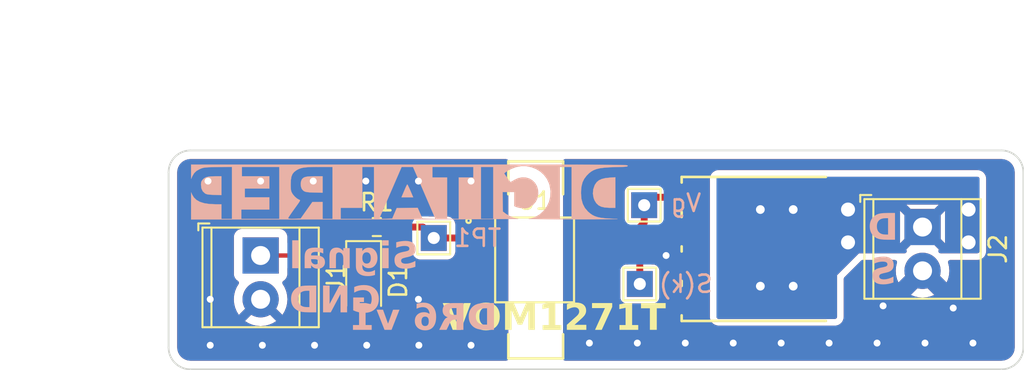
<source format=kicad_pcb>
(kicad_pcb (version 20221018) (generator pcbnew)
  (title_block (title "DR6 MOSFET Isolator") (date "2023-08-08") (rev "0") (company "DigitalREP"))
  (layers (0 "F.Cu" signal "Front") (31 "B.Cu" signal "Back") (34 "B.Paste" user) (35 "F.Paste" user) (36 "B.SilkS" user "B.Silkscreen") (37 "F.SilkS" user "F.Silkscreen") (38 "B.Mask" user) (39 "F.Mask" user) (44 "Edge.Cuts" user))
  (net 0 "")
  (net 1 "/IN")
  (net 2 "GND")
  (net 3 "/OUT_LS")
  (net 4 "GND1")
  (net 5 "/Vg")
  (net 6 "/IN_R")
  (net 7 "Net-(MOSFET1-Sk)")
  (footprint "TestPoint:TestPoint_THTPad_1.5x1.5mm_Drill0.7mm" (layer "F.Cu") (at 120.015 83.947)
    (fp_text reference "TP3" hide)
    (fp_text value "S(k)" (at 2.667 0) (layer "B.SilkS") (effects (justify mirror)))
    (fp_line (start -0.95 -0.95) (end 0.95 -0.95) (stroke (width 0.12)) (layer "F.SilkS"))
    (fp_line (start -0.95 0.95) (end -0.95 -0.95) (stroke (width 0.12)) (layer "F.SilkS"))
    (fp_line (start 0.95 -0.95) (end 0.95 0.95) (stroke (width 0.12)) (layer "F.SilkS"))
    (fp_line (start 0.95 0.95) (end -0.95 0.95) (stroke (width 0.12)) (layer "F.SilkS"))
    (pad "1" thru_hole rect (at 0 0) (size 1.5 1.5) (drill 0.7) (layers "*.Cu" "*.Mask") (net 7 "Net-(MOSFET1-Sk)"))
  )
  (footprint "My_Modules:PPAK8X8_VIS" (layer "F.Cu") (at 126.619 81.915 -90)
    (fp_text reference "MOSFET1" hide)
    (fp_text value "SIHH068N60E-T1-GE3" hide)
    (fp_line (start -4.1783 -4.1783) (end -4.1783 4.1783) (stroke (width 0.1524)) (layer "F.SilkS"))
    (fp_line (start -4.1783 4.1783) (end -3.853442 4.1783) (stroke (width 0.1524)) (layer "F.SilkS"))
    (fp_line (start -2.146562 4.1783) (end -1.853441 4.1783) (stroke (width 0.1524)) (layer "F.SilkS"))
    (fp_line (start -0.146561 4.1783) (end 0.146561 4.1783) (stroke (width 0.1524)) (layer "F.SilkS"))
    (fp_line (start 1.853441 4.1783) (end 2.146559 4.1783) (stroke (width 0.1524)) (layer "F.SilkS"))
    (fp_line (start 3.853439 4.1783) (end 4.1783 4.1783) (stroke (width 0.1524)) (layer "F.SilkS"))
    (fp_line (start 4.1783 4.1783) (end 4.1783 -4.1783) (stroke (width 0.1524)) (layer "F.SilkS"))
    (pad "1" smd rect (at -3.000002 3.8735) (size 0.762 1.0414) (layers "F.Cu" "F.Paste" "F.Mask") (net 5 "/Vg"))
    (pad "2" smd rect (at -1.000001 3.8735) (size 0.762 1.0414) (layers "F.Cu" "F.Paste" "F.Mask") (net 7 "Net-(MOSFET1-Sk)"))
    (pad "3" smd rect (at 1.000001 3.8735) (size 0.762 1.0414) (layers "F.Cu" "F.Paste" "F.Mask") (net 4 "GND1"))
    (pad "4" smd rect (at 2.999999 3.8735) (size 0.762 1.0414) (layers "F.Cu" "F.Paste" "F.Mask") (net 4 "GND1"))
    (pad "5" smd rect (at 0 -1.4478) (size 5.1054 7.3406) (layers "F.Cu" "F.Mask") (net 3 "/OUT_LS"))
  )
  (footprint "TerminalBlock_TE-Connectivity:TerminalBlock_TE_282834-2_1x02_P2.54mm_Horizontal" (layer "F.Cu") (at 136.398 80.645 -90)
    (fp_text reference "J2" (at 1.27 -4.37 90) (layer "F.SilkS"))
    (fp_text value "Screw_Terminal_01x02" hide)
    (fp_line (start -1.86 2.97) (end -1.86 3.61) (stroke (width 0.12)) (layer "F.SilkS"))
    (fp_line (start -1.86 3.61) (end -1.46 3.61) (stroke (width 0.12)) (layer "F.SilkS"))
    (fp_line (start -1.62 -3.37) (end -1.62 3.37) (stroke (width 0.12)) (layer "F.SilkS"))
    (fp_line (start -1.62 -3.37) (end 4.16 -3.37) (stroke (width 0.12)) (layer "F.SilkS"))
    (fp_line (start -1.62 -2.25) (end 4.16 -2.25) (stroke (width 0.12)) (layer "F.SilkS"))
    (fp_line (start -1.62 2.85) (end 4.16 2.85) (stroke (width 0.12)) (layer "F.SilkS"))
    (fp_line (start -1.62 3.37) (end 4.16 3.37) (stroke (width 0.12)) (layer "F.SilkS"))
    (fp_line (start 4.16 -3.37) (end 4.16 3.37) (stroke (width 0.12)) (layer "F.SilkS"))
    (pad "1" thru_hole rect (at 0 0 270) (size 2.1 2.1) (drill 1.1) (layers "*.Cu" "*.Mask") (net 3 "/OUT_LS") (thermal_bridge_width 0.508))
    (pad "2" thru_hole circle (at 2.54 0 270) (size 2.1 2.1) (drill 1.1) (layers "*.Cu" "*.Mask") (net 4 "GND1"))
  )
  (footprint "SamacSys:SOIC254P695X242-4N" (layer "F.Cu") (at 113.919 82.55)
    (fp_text reference "U1" (at 0 -3.429) (layer "F.SilkS") (effects (font (size 1.000843 1.000843))))
    (fp_text value "VOM1271T")
    (fp_line (start -2.285 -2.46) (end 2.285 -2.46) (stroke (width 0.127)) (layer "F.SilkS"))
    (fp_line (start -2.285 2.46) (end -2.285 -2.46) (stroke (width 0.127)) (layer "F.SilkS"))
    (fp_line (start 2.285 -2.46) (end 2.285 2.46) (stroke (width 0.127)) (layer "F.SilkS"))
    (fp_line (start 2.285 2.46) (end -2.285 2.46) (stroke (width 0.127)) (layer "F.SilkS"))
    (fp_circle (center -3.826 -2.27) (end -3.699 -2.27) (stroke (width 0.127)) (fill none) (layer "F.SilkS"))
    (pad "1" smd rect (at -3.205 -1.27) (size 1.5 0.6) (layers "F.Cu" "F.Paste" "F.Mask") (net 6 "/IN_R"))
    (pad "2" smd rect (at -3.205 1.27) (size 1.5 0.6) (layers "F.Cu" "F.Paste" "F.Mask") (net 2 "GND"))
    (pad "3" smd rect (at 3.205 1.27) (size 1.5 0.6) (layers "F.Cu" "F.Paste" "F.Mask") (net 4 "GND1"))
    (pad "4" smd rect (at 3.205 -1.27) (size 1.5 0.6) (layers "F.Cu" "F.Paste" "F.Mask") (net 5 "/Vg"))
  )
  (footprint "TestPoint:TestPoint_THTPad_1.5x1.5mm_Drill0.7mm" (layer "F.Cu") (at 108.077 81.28)
    (fp_text reference "TP1" (at 2.54 0) (layer "B.SilkS") (effects (justify mirror)))
    (fp_text value "Signal")
    (fp_line (start -0.95 -0.95) (end 0.95 -0.95) (stroke (width 0.12)) (layer "F.SilkS"))
    (fp_line (start -0.95 0.95) (end -0.95 -0.95) (stroke (width 0.12)) (layer "F.SilkS"))
    (fp_line (start 0.95 -0.95) (end 0.95 0.95) (stroke (width 0.12)) (layer "F.SilkS"))
    (fp_line (start 0.95 0.95) (end -0.95 0.95) (stroke (width 0.12)) (layer "F.SilkS"))
    (pad "1" thru_hole rect (at 0 0) (size 1.5 1.5) (drill 0.7) (layers "*.Cu" "*.Mask") (net 6 "/IN_R"))
  )
  (footprint "TerminalBlock_TE-Connectivity:TerminalBlock_TE_282834-2_1x02_P2.54mm_Horizontal" (layer "F.Cu") (at 98.044 82.296 -90)
    (fp_text reference "J1" (at 1.27 -4.37 90) (layer "F.SilkS"))
    (fp_text value "Screw_Terminal_01x02" hide)
    (fp_line (start -1.86 2.97) (end -1.86 3.61) (stroke (width 0.12)) (layer "F.SilkS"))
    (fp_line (start -1.86 3.61) (end -1.46 3.61) (stroke (width 0.12)) (layer "F.SilkS"))
    (fp_line (start -1.62 -3.37) (end -1.62 3.37) (stroke (width 0.12)) (layer "F.SilkS"))
    (fp_line (start -1.62 -3.37) (end 4.16 -3.37) (stroke (width 0.12)) (layer "F.SilkS"))
    (fp_line (start -1.62 -2.25) (end 4.16 -2.25) (stroke (width 0.12)) (layer "F.SilkS"))
    (fp_line (start -1.62 2.85) (end 4.16 2.85) (stroke (width 0.12)) (layer "F.SilkS"))
    (fp_line (start -1.62 3.37) (end 4.16 3.37) (stroke (width 0.12)) (layer "F.SilkS"))
    (fp_line (start 4.16 -3.37) (end 4.16 3.37) (stroke (width 0.12)) (layer "F.SilkS"))
    (pad "1" thru_hole rect (at 0 0 270) (size 2.1 2.1) (drill 1.1) (layers "*.Cu" "*.Mask") (net 1 "/IN"))
    (pad "2" thru_hole circle (at 2.54 0 270) (size 2.1 2.1) (drill 1.1) (layers "*.Cu" "*.Mask") (net 2 "GND"))
  )
  (footprint "TestPoint:TestPoint_THTPad_1.5x1.5mm_Drill0.7mm" (layer "F.Cu") (at 120.269 79.375)
    (fp_text reference "TP2" hide)
    (fp_text value "Vg" (at 2.413 -0.127) (layer "B.SilkS") (effects (justify mirror)))
    (fp_line (start -0.95 -0.95) (end 0.95 -0.95) (stroke (width 0.12)) (layer "F.SilkS"))
    (fp_line (start -0.95 0.95) (end -0.95 -0.95) (stroke (width 0.12)) (layer "F.SilkS"))
    (fp_line (start 0.95 -0.95) (end 0.95 0.95) (stroke (width 0.12)) (layer "F.SilkS"))
    (fp_line (start 0.95 0.95) (end -0.95 0.95) (stroke (width 0.12)) (layer "F.SilkS"))
    (pad "1" thru_hole rect (at 0 0) (size 1.5 1.5) (drill 0.7) (layers "*.Cu" "*.Mask") (net 5 "/Vg"))
  )
  (footprint "Resistor_SMD:R_0603_1608Metric" (layer "F.Cu") (at 104.775 80.645)
    (fp_text reference "R1" (at 0 -1.43) (layer "F.SilkS"))
    (fp_text value "82R" hide)
    (fp_line (start -0.237258 -0.5225) (end 0.237258 -0.5225) (stroke (width 0.12)) (layer "F.SilkS"))
    (fp_line (start -0.237258 0.5225) (end 0.237258 0.5225) (stroke (width 0.12)) (layer "F.SilkS"))
    (pad "1" smd roundrect (at -0.825 0) (size 0.8 0.95) (layers "F.Cu" "F.Paste" "F.Mask") (net 1 "/IN"))
    (pad "2" smd roundrect (at 0.825 0) (size 0.8 0.95) (layers "F.Cu" "F.Paste" "F.Mask") (net 6 "/IN_R"))
  )
  (footprint "Diode_SMD:D_SMF" (layer "F.Cu") (at 104.013 83.82 -90)
    (fp_text reference "D1" (at 0 -2 90) (layer "F.SilkS"))
    (fp_text value "3.6V" hide)
    (fp_line (start -2.36 -1.01) (end -2.36 1.01) (stroke (width 0.12)) (layer "F.SilkS"))
    (fp_line (start -2.36 -1.01) (end 1.4 -1.01) (stroke (width 0.12)) (layer "F.SilkS"))
    (fp_line (start -2.36 1.01) (end 1.4 1.01) (stroke (width 0.12)) (layer "F.SilkS"))
    (pad "1" smd roundrect (at -1.45 0 270) (size 1.3 1.4) (layers "F.Cu" "F.Paste" "F.Mask") (roundrect_rratio 0.1923076923) (net 1 "/IN"))
    (pad "2" smd roundrect (at 1.45 0 270) (size 1.3 1.4) (layers "F.Cu" "F.Paste" "F.Mask") (roundrect_rratio 0.1923076923) (net 2 "GND"))
  )
  (footprint "My_Modules:digital" (layer "B.Cu") (at 106.68 78.613 180)
    (fp_text reference "G***" hide)
    (fp_text value "LOGO" hide)
    (fp_poly (pts (xy 0.160171 0.411287) (xy 0.200449 0.334042) (xy 0.251355 0.223076) (xy 0.27081 0.1778) (xy 0.329035 0.040014) (xy 0.383029 -0.087667) (xy 0.42278 -0.181569) (xy 0.428361 -0.194733) (xy 0.475042 -0.3048) (xy -0.204109 -0.3048) (xy -0.157565 -0.194733) (xy -0.055728 0.043779) (xy 0.023046 0.22289) (xy 0.080452 0.346245) (xy 0.118186 0.417488) (xy 0.137884 0.440267) (xy 0.160171 0.411287)) (stroke (width 0.01)) (fill solid) (layer "B.SilkS"))
    (fp_poly (pts (xy -11.607725 0.8363) (xy -11.340892 0.80762) (xy -11.130142 0.757509) (xy -10.965886 0.681121) (xy -10.838535 0.573609) (xy -10.738501 0.430128) (xy -10.715246 0.385236) (xy -10.636709 0.15059) (xy -10.618095 -0.098192) (xy -10.659406 -0.343671) (xy -10.715246 -0.486836) (xy -10.816167 -0.649755) (xy -10.943022 -0.769641) (xy -11.104771 -0.850805) (xy -11.310374 -0.89756) (xy -11.568792 -0.914219) (xy -11.603591 -0.9144) (xy -11.921066 -0.9144) (xy -11.921066 0.856883) (xy -11.607725 0.8363)) (stroke (width 0.01)) (fill solid) (layer "B.SilkS"))
    (fp_poly (pts (xy 5.73861 0.910763) (xy 5.915899 0.898082) (xy 6.046823 0.873703) (xy 6.141913 0.834972) (xy 6.211703 0.779236) (xy 6.253067 0.725764) (xy 6.295565 0.614285) (xy 6.311235 0.470365) (xy 6.300103 0.323745) (xy 6.262192 0.204167) (xy 6.25263 0.18797) (xy 6.196853 0.113116) (xy 6.134633 0.058545) (xy 6.054265 0.020746) (xy 5.944043 -0.003789) (xy 5.792262 -0.018569) (xy 5.587219 -0.027103) (xy 5.530318 -0.028575) (xy 5.046134 -0.040217) (xy 5.046134 0.9144) (xy 5.504421 0.9144) (xy 5.73861 0.910763)) (stroke (width 0.01)) (fill solid) (layer "B.SilkS"))
    (fp_poly (pts (xy 11.49617 0.908661) (xy 11.672374 0.889281) (xy 11.805988 0.853017) (xy 11.90918 0.796625) (xy 11.990426 0.721107) (xy 12.050137 0.642533) (xy 12.080153 0.564349) (xy 12.089972 0.457302) (xy 12.0904 0.41316) (xy 12.064972 0.2053) (xy 11.988896 0.041787) (xy 11.862487 -0.076731) (xy 11.849503 -0.084666) (xy 11.786169 -0.115136) (xy 11.707802 -0.136381) (xy 11.599953 -0.150577) (xy 11.448172 -0.159898) (xy 11.319934 -0.164349) (xy 10.905067 -0.176298) (xy 10.905067 0.9144) (xy 11.265204 0.9144) (xy 11.49617 0.908661)) (stroke (width 0.01)) (fill solid) (layer "B.SilkS"))
    (fp_poly (pts (xy 12.665803 1.176867) (xy 12.665472 0.762) (xy 12.585975 0.932717) (xy 12.486506 1.097579) (xy 12.353242 1.225323) (xy 12.171796 1.328562) (xy 12.099395 1.359204) (xy 12.03252 1.38403) (xy 11.96595 1.403196) (xy 11.889494 1.417617) (xy 11.792961 1.428212) (xy 11.66616 1.435897) (xy 11.4989 1.44159) (xy 11.28099 1.446209) (xy 11.0998 1.449187) (xy 10.295467 1.461639) (xy 10.295467 -1.557867) (xy 10.905067 -1.557867) (xy 10.905067 -0.7112) (xy 11.235267 -0.710944) (xy 11.598286 -0.695639) (xy 11.903603 -0.649449) (xy 12.15446 -0.571051) (xy 12.354097 -0.45912) (xy 12.505755 -0.312333) (xy 12.602503 -0.1524) (xy 12.664646 -0.016933) (xy 12.666134 -1.591733) (xy 3.090333 -1.587603) (xy 2.291978 -1.587163) (xy 1.512558 -1.586542) (xy 0.754702 -1.585752) (xy 0.021034 -1.584799) (xy -0.685818 -1.583694) (xy -1.363229 -1.582444) (xy -2.008571 -1.58106) (xy -2.61922 -1.579549) (xy -3.192547 -1.577922) (xy -3.725928 -1.576185) (xy -4.216736 -1.57435) (xy -4.662344 -1.572424) (xy -5.060127 -1.570416) (xy -5.407457 -1.568336) (xy -5.701709 -1.566191) (xy -5.940256 -1.563992) (xy -6.120471 -1.561747) (xy -6.206402 -1.560102) (xy -1.491976 -1.560102) (xy -1.116285 -1.550518) (xy -0.740593 -1.540933) (xy -0.463593 -0.912913) (xy 0.143461 -0.922123) (xy 0.750516 -0.931333) (xy 1.01048 -1.540933) (xy 1.388975 -1.550539) (xy 1.543971 -1.551958) (xy 1.664211 -1.548104) (xy 1.738059 -1.539642) (xy 1.755802 -1.529632) (xy 1.740386 -1.493287) (xy 1.700739 -1.400985) (xy 1.639538 -1.258927) (xy 1.55946 -1.073315) (xy 1.463182 -0.85035) (xy 1.353381 -0.596235) (xy 1.232734 -0.31717) (xy 1.104811 -0.021426) (xy 0.465489 1.456267) (xy 2.065867 1.456267) (xy 2.065867 -1.557867) (xy 3.996267 -1.557867) (xy 3.996267 -0.9144) (xy 2.7432 -0.9144) (xy 2.7432 1.456267) (xy 4.4704 1.456267) (xy 4.4704 -1.557867) (xy 5.046134 -1.557867) (xy 5.046134 -0.575733) (xy 5.342467 -0.57733) (xy 5.6388 -0.578926) (xy 5.978808 -1.05993) (xy 6.318815 -1.540933) (xy 6.681541 -1.550546) (xy 6.85976 -1.552563) (xy 6.975682 -1.547159) (xy 7.034383 -1.533924) (xy 7.044267 -1.521414) (xy 7.025327 -1.482259) (xy 6.972897 -1.398405) (xy 6.89356 -1.279761) (xy 6.793899 -1.136235) (xy 6.711587 -1.020735) (xy 6.577453 -0.834679) (xy 6.47846 -0.696387) (xy 6.410687 -0.598291) (xy 6.37021 -0.53282) (xy 6.353107 -0.492405) (xy 6.355455 -0.469478) (xy 6.373333 -0.456468) (xy 6.402818 -0.445805) (xy 6.411933 -0.442472) (xy 6.528249 -0.375351) (xy 6.6522 -0.267859) (xy 6.762155 -0.140705) (xy 6.817662 -0.054006) (xy 6.851623 0.018971) (xy 6.873525 0.096768) (xy 6.885853 0.196528) (xy 6.891089 0.335392) (xy 6.891867 0.458104) (xy 6.882817 0.699941) (xy 6.852238 0.888119) (xy 6.794992 1.034703) (xy 6.705936 1.151757) (xy 6.579929 1.251343) (xy 6.54437 1.273533) (xy 6.443367 1.32832) (xy 6.337311 1.371307) (xy 6.216606 1.403823) (xy 6.071654 1.4272) (xy 5.89286 1.44277) (xy 5.670625 1.451861) (xy 5.395353 1.455807) (xy 5.226752 1.456267) (xy 7.552267 1.456267) (xy 7.552267 -1.557867) (xy 9.7536 -1.557867) (xy 9.7536 -1.016) (xy 8.128 -1.016) (xy 8.128 -0.3048) (xy 9.5504 -0.3048) (xy 9.5504 0.2032) (xy 8.128 0.2032) (xy 8.128 0.9144) (xy 9.719734 0.9144) (xy 9.719734 1.456267) (xy 7.552267 1.456267) (xy 5.226752 1.456267) (xy 4.4704 1.456267) (xy 2.7432 1.456267) (xy 2.065867 1.456267) (xy 0.465489 1.456267) (xy -0.194266 1.456267) (xy -0.796654 0.059267) (xy -0.922952 -0.233706) (xy -1.042326 -0.510761) (xy -1.151812 -0.765011) (xy -1.248449 -0.989568) (xy -1.329272 -1.177545) (xy -1.391319 -1.322054) (xy -1.431626 -1.416207) (xy -1.445509 -1.448918) (xy -1.491976 -1.560102) (xy -6.206402 -1.560102) (xy -6.23973 -1.559464) (xy -6.295405 -1.557153) (xy -6.297527 -1.555803) (xy -5.999754 -1.48358) (xy -5.725731 -1.361619) (xy -5.571067 -1.260401) (xy -5.401733 -1.131787) (xy -5.392448 -0.565893) (xy -5.383162 0) (xy -6.062133 0) (xy -6.062133 -0.816256) (xy -6.189133 -0.869932) (xy -6.291777 -0.901073) (xy -6.428909 -0.927266) (xy -6.543706 -0.940414) (xy -6.680451 -0.94605) (xy -6.782821 -0.934733) (xy -6.883254 -0.900631) (xy -6.957881 -0.865924) (xy -7.160501 -0.732941) (xy -7.309914 -0.559268) (xy -7.400839 -0.35792) (xy -7.447956 -0.101503) (xy -7.436041 0.134936) (xy -7.372127 0.346352) (xy -7.263251 0.527699) (xy -7.116447 0.67393) (xy -6.93875 0.779999) (xy -6.737194 0.84086) (xy -6.518814 0.851467) (xy -6.290645 0.806772) (xy -6.059722 0.701731) (xy -5.987922 0.655605) (xy -5.906067 0.607593) (xy -5.845128 0.586995) (xy -5.830927 0.589045) (xy -5.798156 0.624603) (xy -5.738834 0.702016) (xy -5.663938 0.806753) (xy -5.637487 0.845112) (xy -5.47603 1.081413) (xy -5.557415 1.150355) (xy -5.627538 1.199244) (xy -5.73661 1.263926) (xy -5.862336 1.331259) (xy -5.875867 1.338083) (xy -6.168345 1.450431) (xy -6.20168 1.456267) (xy -4.842933 1.456267) (xy -4.842933 -1.557867) (xy -4.131733 -1.557867) (xy -4.131733 1.456267) (xy -3.691466 1.456267) (xy -3.691466 0.846667) (xy -2.8448 0.846667) (xy -2.8448 -1.557867) (xy -2.167466 -1.557867) (xy -2.167466 0.846667) (xy -1.3208 0.846667) (xy -1.3208 1.456267) (xy -3.691466 1.456267) (xy -4.131733 1.456267) (xy -4.842933 1.456267) (xy -6.20168 1.456267) (xy -6.467836 1.502862) (xy -6.766273 1.498797) (xy -7.055592 1.441658) (xy -7.327725 1.334864) (xy -7.574608 1.181836) (xy -7.788176 0.985996) (xy -7.960362 0.750764) (xy -8.083102 0.479561) (xy -8.109305 0.390818) (xy -8.162123 0.065419) (xy -8.152118 -0.253477) (xy -8.081214 -0.557681) (xy -7.951334 -0.839002) (xy -7.764401 -1.089254) (xy -7.760791 -1.093138) (xy -7.5359 -1.297257) (xy -7.293369 -1.441218) (xy -7.019183 -1.532503) (xy -6.891866 -1.556832) (xy -6.89944 -1.560733) (xy -6.970262 -1.564429) (xy -7.099849 -1.567879) (xy -7.283715 -1.571044) (xy -7.517377 -1.573883) (xy -7.796349 -1.576356) (xy -8.116148 -1.578423) (xy -8.472288 -1.580044) (xy -8.860286 -1.581178) (xy -9.275657 -1.581786) (xy -9.685866 -1.581842) (xy -10.211332 -1.581352) (xy -10.671353 -1.580428) (xy -11.06569 -1.579071) (xy -11.394102 -1.577285) (xy -11.656348 -1.575073) (xy -11.852187 -1.572437) (xy -11.98138 -1.569381) (xy -12.043684 -1.565907) (xy -12.03886 -1.562018) (xy -11.966666 -1.557717) (xy -11.904133 -1.555376) (xy -11.571045 -1.541069) (xy -11.296095 -1.520984) (xy -11.069764 -1.492561) (xy -10.882532 -1.453242) (xy -10.724881 -1.400467) (xy -10.587291 -1.331679) (xy -10.460244 -1.244316) (xy -10.334221 -1.135821) (xy -10.330475 -1.132324) (xy -10.153507 -0.925693) (xy -10.028223 -0.683484) (xy -9.953366 -0.401929) (xy -9.927675 -0.077256) (xy -9.930796 0.063715) (xy -9.958508 0.338675) (xy -10.016881 0.566567) (xy -10.111811 0.763365) (xy -10.249197 0.945047) (xy -10.260964 0.958058) (xy -10.388997 1.086474) (xy -10.520211 1.190174) (xy -10.663768 1.271894) (xy -10.828827 1.334376) (xy -11.02455 1.38036) (xy -11.260098 1.412583) (xy -11.544632 1.433787) (xy -11.887313 1.446711) (xy -11.895666 1.446925) (xy -12.137389 1.453409) (xy -12.222613 1.456267) (xy -9.381066 1.456267) (xy -9.381066 -1.557867) (xy -8.703733 -1.557867) (xy -8.703733 1.456267) (xy -9.381066 1.456267) (xy -12.222613 1.456267) (xy -12.319707 1.459523) (xy -12.450937 1.466191) (xy -12.539397 1.474336) (xy -12.593403 1.484881) (xy -12.621273 1.498749) (xy -12.631322 1.516864) (xy -12.632266 1.5287) (xy -12.630977 1.534184) (xy -12.62576 1.539341) (xy -12.614595 1.54418) (xy -12.595461 1.548713) (xy -12.566336 1.552947) (xy -12.5252 1.556895) (xy -12.470032 1.560566) (xy -12.39881 1.563969) (xy -12.309513 1.567116) (xy -12.20012 1.570015) (xy -12.068611 1.572678) (xy -11.912963 1.575114) (xy -11.731156 1.577334) (xy -11.521168 1.579347) (xy -11.28098 1.581163) (xy -11.008568 1.582793) (xy -10.701913 1.584246) (xy -10.358994 1.585534) (xy -9.977788 1.586665) (xy -9.556275 1.587649) (xy -9.092435 1.588498) (xy -8.584245 1.589221) (xy -8.029685 1.589827) (xy -7.426733 1.590328) (xy -6.773369 1.590733) (xy -6.067572 1.591052) (xy -5.307319 1.591296) (xy -4.490591 1.591474) (xy -3.615366 1.591597) (xy -2.679623 1.591674) (xy -1.68134 1.591715) (xy -0.618497 1.591732) (xy 0.016934 1.591733) (xy 12.666134 1.591733) (xy 12.665803 1.176867)) (stroke (width 0.01)) (fill solid) (layer "B.SilkS"))
  )
  (gr_line (start 115.57 88.265) (end 115.57 86.868) (stroke (width 0.1524)) (layer "F.SilkS"))
  (gr_line (start 112.395 78.74) (end 112.395 76.835) (stroke (width 0.1524)) (layer "F.SilkS"))
  (gr_line (start 112.395 88.265) (end 115.57 88.265) (stroke (width 0.1524)) (layer "F.SilkS"))
  (gr_line (start 115.57 76.835) (end 115.57 78.74) (stroke (width 0.1524)) (layer "F.SilkS"))
  (gr_line (start 112.395 86.868) (end 112.395 88.265) (stroke (width 0.1524)) (layer "F.SilkS"))
  (gr_line (start 112.395 76.835) (end 115.57 76.835) (stroke (width 0.1524)) (layer "F.SilkS"))
  (gr_arc (start 92.71 77.47) (mid 93.081974 76.571974) (end 93.98 76.2) (stroke (width 0.1)) (layer "Edge.Cuts"))
  (gr_line (start 142.24 87.63) (end 142.24 77.47) (stroke (width 0.1)) (layer "Edge.Cuts"))
  (gr_arc (start 140.97 76.2) (mid 141.868026 76.571974) (end 142.24 77.47) (stroke (width 0.1)) (layer "Edge.Cuts"))
  (gr_line (start 140.97 76.2) (end 93.98 76.2) (stroke (width 0.1)) (layer "Edge.Cuts"))
  (gr_line (start 92.71 77.47) (end 92.71 87.63) (stroke (width 0.1)) (layer "Edge.Cuts"))
  (gr_arc (start 93.98 88.9) (mid 93.081974 88.528026) (end 92.71 87.63) (stroke (width 0.1)) (layer "Edge.Cuts"))
  (gr_arc (start 142.24 87.63) (mid 141.868026 88.528026) (end 140.97 88.9) (stroke (width 0.1)) (layer "Edge.Cuts"))
  (gr_line (start 93.98 88.9) (end 140.97 88.9) (stroke (width 0.1)) (layer "Edge.Cuts"))
  (gr_text "DR6 v1" (at 111.76 86.868) (layer "B.SilkS") (effects (font (size 1.524 1.524) (thickness 0.1524) bold) (justify left bottom mirror)))
  (gr_text "Signal\nGND" (at 99.695 85.852) (layer "B.SilkS") (effects (font (size 1.524 1.524) (thickness 0.1524) bold) (justify right bottom mirror)))
  (gr_text "D\nS" (at 134.112 84.201) (layer "B.SilkS") (effects (font (size 1.524 1.524) (thickness 0.1524) bold) (justify bottom mirror)))
  (gr_text "VOM1271T" (at 108.585 86.868) (layer "F.SilkS") (effects (font (size 1.524 1.524) (thickness 0.1524) bold) (justify left bottom)))
  (segment (start 104.013 82.37) (end 104.013 80.708) (width 0.4) (layer "F.Cu") (net 1))
  (segment (start 104.013 80.708) (end 103.95 80.645) (width 0.4) (layer "F.Cu") (net 1))
  (segment (start 98.044 82.296) (end 103.833 82.296) (width 0.25) (layer "F.Cu") (net 1))
  (segment (start 104.013 82.116) (end 104.394 82.116) (width 0.25) (layer "F.Cu") (net 1))
  (segment (start 103.833 82.296) (end 104.013 82.116) (width 0.25) (layer "F.Cu") (net 1))
  (via (at 107.2134 87.503) (size 0.9) (drill 0.4) (layers "F.Cu" "B.Cu") (net 2))
  (via (at 110.236 77.978) (size 0.9) (drill 0.4) (layers "F.Cu" "B.Cu") (net 2))
  (via (at 104.1908 87.503) (size 0.9) (drill 0.4) (layers "F.Cu" "B.Cu") (net 2))
  (via (at 107.188 84.836) (size 0.9) (drill 0.4) (layers "F.Cu" "B.Cu") (net 2))
  (via (at 94.996 77.978) (size 0.9) (drill 0.4) (layers "F.Cu" "B.Cu") (net 2))
  (via (at 98.044 77.978) (size 0.9) (drill 0.4) (layers "F.Cu" "B.Cu") (net 2))
  (via (at 95.123 87.503) (size 0.9) (drill 0.4) (layers "F.Cu" "B.Cu") (net 2))
  (via (at 95.123 84.836) (size 0.9) (drill 0.4) (layers "F.Cu" "B.Cu") (net 2))
  (via (at 101.1682 87.503) (size 0.9) (drill 0.4) (layers "F.Cu" "B.Cu") (net 2))
  (via (at 107.188 77.978) (size 0.9) (drill 0.4) (layers "F.Cu" "B.Cu") (net 2))
  (via (at 98.1456 87.503) (size 0.9) (drill 0.4) (layers "F.Cu" "B.Cu") (net 2))
  (via (at 110.236 87.503) (size 0.9) (drill 0.4) (layers "F.Cu" "B.Cu") (net 2))
  (via (at 104.14 77.978) (size 0.9) (drill 0.4) (layers "F.Cu" "B.Cu") (net 2))
  (via (at 101.092 77.978) (size 0.9) (drill 0.4) (layers "F.Cu" "B.Cu") (net 2))
  (via (at 132.08 81.534) (size 1.143) (drill 0.8128) (layers "F.Cu" "B.Cu") (net 3))
  (via (at 132.08 79.629) (size 1.143) (drill 0.8128) (layers "F.Cu" "B.Cu") (net 3))
  (via (at 139.065 81.534) (size 1.143) (drill 0.8128) (layers "F.Cu" "B.Cu") (net 3))
  (via (at 139.065 79.629) (size 1.143) (drill 0.8128) (layers "F.Cu" "B.Cu") (net 3))
  (via (at 127 84.074) (size 0.8) (drill 0.508) (layers "F.Cu" "B.Cu") (net 3))
  (via (at 128.905 79.629) (size 0.8) (drill 0.508) (layers "F.Cu" "B.Cu") (net 3))
  (via (at 127 79.629) (size 0.8) (drill 0.508) (layers "F.Cu" "B.Cu") (net 3))
  (via (at 128.905 84.074) (size 0.8) (drill 0.508) (layers "F.Cu" "B.Cu") (net 3))
  (via (at 125.428375 87.376) (size 0.9) (drill 0.4) (layers "F.Cu" "B.Cu") (net 4))
  (via (at 130.984625 87.376) (size 0.9) (drill 0.4) (layers "F.Cu" "B.Cu") (net 4))
  (via (at 134.112 85.217) (size 0.9) (drill 0.4) (layers "F.Cu" "B.Cu") (net 4))
  (via (at 136.540875 87.376) (size 0.9) (drill 0.4) (layers "F.Cu" "B.Cu") (net 4))
  (via (at 122.65025 87.376) (size 0.9) (drill 0.4) (layers "F.Cu" "B.Cu") (net 4))
  (via (at 128.2065 87.376) (size 0.9) (drill 0.4) (layers "F.Cu" "B.Cu") (net 4))
  (via (at 117.094 87.376) (size 0.9) (drill 0.4) (layers "F.Cu" "B.Cu") (net 4))
  (via (at 119.872125 87.376) (size 0.9) (drill 0.4) (layers "F.Cu" "B.Cu") (net 4))
  (via (at 133.76275 87.376) (size 0.9) (drill 0.4) (layers "F.Cu" "B.Cu") (net 4))
  (via (at 121.539 82.296) (size 0.9) (drill 0.4) (layers "F.Cu" "B.Cu") (net 4))
  (via (at 139.319 87.376) (size 0.9) (drill 0.4) (layers "F.Cu" "B.Cu") (net 4))
  (via (at 138.176 85.344) (size 0.9) (drill 0.4) (layers "F.Cu" "B.Cu") (net 4))
  (segment (start 119.38 81.28) (end 117.124 81.28) (width 0.4) (layer "F.Cu") (net 5))
  (segment (start 120.269 78.994) (end 120.269 80.391) (width 0.4) (layer "F.Cu") (net 5))
  (segment (start 122.7455 78.914998) (end 120.348002 78.914998) (width 0.4) (layer "F.Cu") (net 5))
  (segment (start 120.348002 78.914998) (end 120.269 78.994) (width 0.4) (layer "F.Cu") (net 5))
  (segment (start 120.269 80.391) (end 119.38 81.28) (width 0.4) (layer "F.Cu") (net 5))
  (segment (start 105.6 80.645) (end 107.442 80.645) (width 0.4) (layer "F.Cu") (net 6))
  (segment (start 110.714 81.28) (end 108.077 81.28) (width 0.4) (layer "F.Cu") (net 6))
  (segment (start 107.442 80.645) (end 108.077 81.28) (width 0.4) (layer "F.Cu") (net 6))
  (segment (start 122.7455 80.914999) (end 121.269001 80.914999) (width 0.4) (layer "F.Cu") (net 7))
  (segment (start 120.015 82.169) (end 120.015 83.947) (width 0.4) (layer "F.Cu") (net 7))
  (segment (start 121.269001 80.914999) (end 120.015 82.169) (width 0.4) (layer "F.Cu") (net 7))
  (zone (net 4) (net_name "GND1") (layers "F&B.Cu") (priority 1) (connect_pads (clearance 0.381)) (min_thickness 0.25) (fill yes (thermal_gap 0.5) (thermal_bridge_width 1.016))
    (polygon (pts (xy 115.57 76.2) (xy 142.24 76.2) (xy 142.24 88.9) (xy 115.57 88.9)))
  )
  (zone (net 2) (net_name "GND") (layers "F&B.Cu") (connect_pads (clearance 0.5)) (min_thickness 0.25) (fill yes (thermal_gap 0.5) (thermal_bridge_width 0.5))
    (polygon (pts (xy 92.71 76.2) (xy 112.395 76.2) (xy 112.395 88.9) (xy 92.71 88.9)))
  )
  (zone (net 3) (net_name "/OUT_LS") (layers "F&B.Cu") (priority 2) (connect_pads (clearance 0.254)) (min_thickness 0.25) (fill yes (thermal_gap 0.254) (thermal_bridge_width 1.016))
    (polygon (pts (xy 124.46 77.724) (xy 139.7 77.724) (xy 139.7 82.169) (xy 132.715 82.169) (xy 131.445 83.439) (xy 131.445 85.979) (xy 124.46 85.979)))
  )
  (zone (net 0) (net_name "") (layers "F&B.Cu" "Edge.Cuts") (connect_pads (clearance 0)) (min_thickness 0.25)
    (keepout (tracks not_allowed) (vias not_allowed) (pads not_allowed) (copperpour not_allowed) (footprints allowed))
    (fill (thermal_gap 0.5) (thermal_bridge_width 0.5))
    (polygon (pts (xy 112.395 76.2) (xy 112.395 88.9) (xy 115.57 88.9) (xy 115.57 76.2)))
  )
)
</source>
